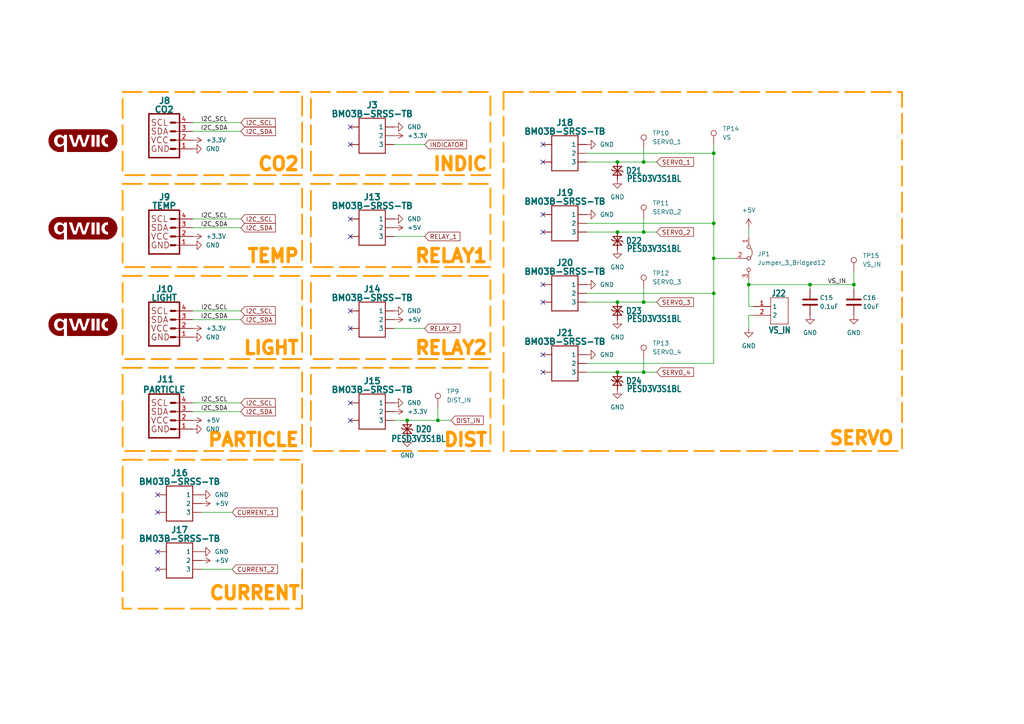
<source format=kicad_sch>
(kicad_sch (version 20231120) (generator "eeschema") (generator_version "8.0")
  (paper "A4")
  (title_block (title "Aquarius") (date "2025-02-12") (rev "1.5") (company "CRG Makes"))
  (lib_symbols
    (symbol "CRGM Connector:AK550-2"
      (property "Reference" "J" (at 0 3.048 0))
      (symbol "AK550-2_1_0"
        (pin bidirectional line (at -5.08 0 0) (length 5.08) (name "1") (number "1"))
        (pin bidirectional line (at -5.08 -2.54 0) (length 5.08) (name "2") (number "2"))
      )
    )
    (symbol "CRGM Connector:JST-SH-3"
      (property "Reference" "J" (at 0 2.794 0))
      (symbol "JST-SH-3_1_0"
        (pin bidirectional line (at 10.16 0 180) (length 2.54) (name "0") (number "0"))
        (pin bidirectional line (at -2.54 0 0) (length 2.54) (name "1") (number "1"))
        (pin bidirectional line (at -2.54 -2.54 0) (length 2.54) (name "2") (number "2"))
        (pin bidirectional line (at -2.54 -5.08 0) (length 2.54) (name "3") (number "3"))
        (pin bidirectional line (at 10.16 -5.08 180) (length 2.54) (name "4") (number "4"))
      )
    )
    (symbol "CRGM Connector:QWIIC"
      (property "Reference" "J" (at 0 0.254 0))
      (symbol "QWIIC_1_0"
        (text "GND" (at 0.508 -10.16 0) (effects (font (size 1.778 1.778)) (justify left)))
        (text "SCL" (at 0.508 -2.54 0) (effects (font (size 1.778 1.778)) (justify left)))
        (text "SDA" (at 0.508 -5.08 0) (effects (font (size 1.778 1.778)) (justify left)))
        (text "VCC" (at 0.508 -7.62 0) (effects (font (size 1.778 1.778)) (justify left)))
        (pin power_in line (at 12.7 -10.16 180) (length 5.08) (name "1") (number "1"))
        (pin power_in line (at 12.7 -7.62 180) (length 5.08) (name "2") (number "2"))
        (pin passive line (at 12.7 -5.08 180) (length 5.08) (name "3") (number "3"))
        (pin passive line (at 12.7 -2.54 180) (length 5.08) (name "4") (number "4"))
      )
    )
    (symbol "CRGM Logos:QWIIC")
    (symbol "CRGM Passive:PESD3V3S1BL"
      (property "Reference" "D" (at -4.318 2.286 0))
      (symbol "PESD3V3S1BL_1_0"
        (pin bidirectional line (at -2.54 0 0) (length 0) (name "K1") (number "1"))
        (pin bidirectional line (at 2.54 0 180) (length 0) (name "K2") (number "2"))
      )
    )
    (symbol "Connector:TestPoint" (pin_numbers hide) (pin_names (offset 0.762) hide)
      (property "Reference" "TP" (at 0 6.858 0))
      (property "Value" "TestPoint" (at 0 5.08 0))
      (symbol "TestPoint_1_1"
        (pin passive line (at 0 0 90) (length 2.54) (name "1") (number "1"))
      )
    )
    (symbol "Device:C" (pin_numbers hide) (pin_names (offset 0.254))
      (property "Reference" "C" (at 0.635 2.54 0))
      (property "Value" "C" (at 0.635 -2.54 0))
      (symbol "C_1_1"
        (pin passive line (at 0 3.81 270) (length 2.794) (name "~") (number "1"))
        (pin passive line (at 0 -3.81 90) (length 2.794) (name "~") (number "2"))
      )
    )
    (symbol "Jumper:Jumper_3_Bridged12" (pin_names (offset 0) hide) (exclude_from_sim yes) (in_bom no)
      (property "Reference" "JP" (at -2.54 -2.54 0))
      (property "Value" "Jumper_3_Bridged12" (at 0 2.794 0))
      (symbol "Jumper_3_Bridged12_1_1"
        (pin passive line (at -6.35 0 0) (length 2.54) (name "A") (number "1"))
        (pin passive line (at 0 -3.81 90) (length 2.54) (name "C") (number "2"))
        (pin passive line (at 6.35 0 180) (length 2.54) (name "B") (number "3"))
      )
    )
    (symbol "power:+3.3V" (power) (pin_numbers hide) (pin_names (offset 0) hide)
      (property "Value" "+3.3V" (at 0 3.556 0))
      (symbol "+3.3V_1_1"
        (pin power_in line (at 0 0 90) (length 0) (name "~") (number "1"))
      )
    )
    (symbol "power:+5V" (power) (pin_numbers hide) (pin_names (offset 0) hide)
      (property "Value" "+5V" (at 0 3.556 0))
      (symbol "+5V_1_1"
        (pin power_in line (at 0 0 90) (length 0) (name "~") (number "1"))
      )
    )
    (symbol "power:GND" (power) (pin_numbers hide) (pin_names (offset 0) hide)
      (property "Value" "GND" (at 0 -3.81 0))
      (symbol "GND_1_1"
        (pin power_in line (at 0 0 270) (length 0) (name "~") (number "1"))
      )
    )
  )
  (junction (at 207.01 85.09))
  (junction (at 186.69 46.99))
  (junction (at 207.01 64.77))
  (junction (at 247.65 82.55))
  (junction (at 234.95 82.55))
  (junction (at 186.69 107.95))
  (junction (at 179.07 67.31))
  (junction (at 179.07 46.99))
  (junction (at 179.07 107.95))
  (junction (at 217.17 82.55))
  (junction (at 127 121.92))
  (junction (at 207.01 74.93))
  (junction (at 186.69 87.63))
  (junction (at 179.07 87.63))
  (junction (at 118.11 121.92))
  (junction (at 207.01 44.45))
  (junction (at 186.69 67.31))
  (no_connect (at 101.6 36.83))
  (no_connect (at 157.48 41.91))
  (no_connect (at 101.6 121.92))
  (no_connect (at 101.6 63.5))
  (no_connect (at 157.48 62.23))
  (no_connect (at 45.72 143.51))
  (no_connect (at 157.48 102.87))
  (no_connect (at 101.6 95.25))
  (no_connect (at 45.72 148.59))
  (no_connect (at 157.48 67.31))
  (no_connect (at 157.48 46.99))
  (no_connect (at 101.6 68.58))
  (no_connect (at 157.48 87.63))
  (no_connect (at 101.6 90.17))
  (no_connect (at 157.48 107.95))
  (no_connect (at 157.48 82.55))
  (no_connect (at 45.72 160.02))
  (no_connect (at 45.72 165.1))
  (no_connect (at 101.6 116.84))
  (no_connect (at 101.6 41.91))
  (wire (pts (xy 114.3 41.91) (xy 123.19 41.91)))
  (wire (pts (xy 179.07 67.31) (xy 186.69 67.31)))
  (wire (pts (xy 179.07 46.99) (xy 186.69 46.99)))
  (wire (pts (xy 179.07 107.95) (xy 186.69 107.95)))
  (wire (pts (xy 55.88 92.71) (xy 69.85 92.71)))
  (wire (pts (xy 207.01 64.77) (xy 207.01 74.93)))
  (wire (pts (xy 179.07 87.63) (xy 186.69 87.63)))
  (wire (pts (xy 217.17 88.9) (xy 217.17 82.55)))
  (wire (pts (xy 55.88 119.38) (xy 69.85 119.38)))
  (wire (pts (xy 186.69 107.95) (xy 190.5 107.95)))
  (wire (pts (xy 58.42 165.1) (xy 67.31 165.1)))
  (wire (pts (xy 114.3 121.92) (xy 118.11 121.92)))
  (wire (pts (xy 118.11 121.92) (xy 127 121.92)))
  (wire (pts (xy 55.88 38.1) (xy 69.85 38.1)))
  (wire (pts (xy 186.69 83.82) (xy 186.69 87.63)))
  (wire (pts (xy 127 121.92) (xy 130.81 121.92)))
  (wire (pts (xy 234.95 82.55) (xy 234.95 83.82)))
  (wire (pts (xy 247.65 78.74) (xy 247.65 82.55)))
  (wire (pts (xy 217.17 66.04) (xy 217.17 68.58)))
  (wire (pts (xy 170.18 46.99) (xy 179.07 46.99)))
  (wire (pts (xy 218.44 88.9) (xy 217.17 88.9)))
  (wire (pts (xy 217.17 82.55) (xy 217.17 81.28)))
  (wire (pts (xy 186.69 43.18) (xy 186.69 46.99)))
  (wire (pts (xy 186.69 87.63) (xy 190.5 87.63)))
  (wire (pts (xy 170.18 44.45) (xy 207.01 44.45)))
  (wire (pts (xy 127 118.11) (xy 127 121.92)))
  (wire (pts (xy 234.95 82.55) (xy 217.17 82.55)))
  (wire (pts (xy 207.01 74.93) (xy 213.36 74.93)))
  (wire (pts (xy 186.69 67.31) (xy 190.5 67.31)))
  (wire (pts (xy 186.69 104.14) (xy 186.69 107.95)))
  (wire (pts (xy 247.65 82.55) (xy 234.95 82.55)))
  (wire (pts (xy 55.88 35.56) (xy 69.85 35.56)))
  (wire (pts (xy 170.18 67.31) (xy 179.07 67.31)))
  (wire (pts (xy 170.18 105.41) (xy 207.01 105.41)))
  (wire (pts (xy 207.01 41.91) (xy 207.01 44.45)))
  (wire (pts (xy 58.42 148.59) (xy 67.31 148.59)))
  (wire (pts (xy 217.17 91.44) (xy 217.17 95.25)))
  (wire (pts (xy 55.88 66.04) (xy 69.85 66.04)))
  (wire (pts (xy 218.44 91.44) (xy 217.17 91.44)))
  (wire (pts (xy 170.18 64.77) (xy 207.01 64.77)))
  (wire (pts (xy 55.88 116.84) (xy 69.85 116.84)))
  (wire (pts (xy 170.18 85.09) (xy 207.01 85.09)))
  (wire (pts (xy 170.18 87.63) (xy 179.07 87.63)))
  (wire (pts (xy 186.69 63.5) (xy 186.69 67.31)))
  (wire (pts (xy 114.3 68.58) (xy 123.19 68.58)))
  (wire (pts (xy 186.69 46.99) (xy 190.5 46.99)))
  (wire (pts (xy 207.01 105.41) (xy 207.01 85.09)))
  (wire (pts (xy 170.18 107.95) (xy 179.07 107.95)))
  (wire (pts (xy 114.3 95.25) (xy 123.19 95.25)))
  (wire (pts (xy 55.88 63.5) (xy 69.85 63.5)))
  (wire (pts (xy 55.88 90.17) (xy 69.85 90.17)))
  (wire (pts (xy 207.01 64.77) (xy 207.01 44.45)))
  (wire (pts (xy 247.65 83.82) (xy 247.65 82.55)))
  (wire (pts (xy 207.01 85.09) (xy 207.01 74.93)))
  (rectangle (start 90.17 106.68) (end 142.24 130.81) (stroke (width 0.508) (type dash) (color 255 153 0 1)))
  (rectangle (start 35.56 26.67) (end 87.63 50.8) (stroke (width 0.508) (type dash) (color 255 153 0 1)))
  (rectangle (start 35.56 80.01) (end 87.63 104.14) (stroke (width 0.508) (type dash) (color 255 153 0 1)))
  (rectangle (start 35.56 106.68) (end 87.63 130.81) (stroke (width 0.508) (type dash) (color 255 153 0 1)))
  (rectangle (start 146.05 26.67) (end 261.62 130.81) (stroke (width 0.508) (type dash) (color 255 153 0 1)))
  (rectangle (start 35.56 133.35) (end 87.63 176.53) (stroke (width 0.508) (type dash) (color 255 153 0 1)))
  (rectangle (start 90.17 26.67) (end 142.24 50.8) (stroke (width 0.508) (type dash) (color 255 153 0 1)))
  (rectangle (start 35.56 53.34) (end 87.63 77.47) (stroke (width 0.508) (type dash) (color 255 153 0 1)))
  (rectangle (start 90.17 53.34) (end 142.24 77.47) (stroke (width 0.508) (type dash) (color 255 153 0 1)))
  (rectangle (start 90.17 80.01) (end 142.24 104.14) (stroke (width 0.508) (type dash) (color 255 153 0 1)))
  (text "PARTICLE" (exclude_from_sim yes) (at 87.122 127.762 0) (effects (font (size 3.81 3.81) (thickness 1.016) (bold yes)) (justify right)))
  (text "RELAY1" (exclude_from_sim yes) (at 141.732 74.422 0) (effects (font (size 3.81 3.81) (thickness 1.016) (bold yes)) (justify right)))
  (text "DIST" (exclude_from_sim yes) (at 141.732 127.762 0) (effects (font (size 3.81 3.81) (thickness 1.016) (bold yes)) (justify right)))
  (text "INDIC" (exclude_from_sim yes) (at 141.732 47.752 0) (effects (font (size 3.81 3.81) (thickness 1.016) (bold yes)) (justify right)))
  (text "SERVO" (exclude_from_sim yes) (at 259.588 127.254 0) (effects (font (size 3.81 3.81) (thickness 1.016) (bold yes)) (justify right)))
  (text "LIGHT" (exclude_from_sim yes) (at 87.122 101.092 0) (effects (font (size 3.81 3.81) (thickness 1.016) (bold yes)) (justify right)))
  (text "CO2" (exclude_from_sim yes) (at 87.122 47.752 0) (effects (font (size 3.81 3.81) (thickness 1.016) (bold yes)) (justify right)))
  (text "CURRENT" (exclude_from_sim yes) (at 87.376 172.212 0) (effects (font (size 3.81 3.81) (thickness 1.016) (bold yes)) (justify right)))
  (text "TEMP" (exclude_from_sim yes) (at 87.122 74.422 0) (effects (font (size 3.81 3.81) (thickness 1.016) (bold yes)) (justify right)))
  (text "RELAY2" (exclude_from_sim yes) (at 141.732 101.092 0) (effects (font (size 3.81 3.81) (thickness 1.016) (bold yes)) (justify right)))
  (label "I2C_SCL" (at 66.04 63.5 180))
  (label "I2C_SDA" (at 66.04 119.38 180))
  (label "I2C_SDA" (at 66.04 38.1 180))
  (label "I2C_SCL" (at 66.04 90.17 180))
  (label "VS_IN" (at 240.03 82.55 0))
  (label "I2C_SDA" (at 66.04 92.71 180))
  (label "I2C_SDA" (at 66.04 66.04 180))
  (label "I2C_SCL" (at 66.04 116.84 180))
  (label "I2C_SCL" (at 66.04 35.56 180))
  (global_label "I2C_SDA" (shape input) (at 69.85 38.1 0) (property "Intersheetrefs" "${INTERSHEET_REFS}" (at 80.4552 38.1 0) (effects (justify left))))
  (global_label "SERVO_2" (shape input) (at 190.5 67.31 0) (property "Intersheetrefs" "${INTERSHEET_REFS}" (at 201.7099 67.31 0) (effects (justify left))))
  (global_label "I2C_SCL" (shape input) (at 69.85 116.84 0) (property "Intersheetrefs" "${INTERSHEET_REFS}" (at 80.3947 116.84 0) (effects (justify left))))
  (global_label "CURRENT_2" (shape input) (at 67.31 165.1 0) (property "Intersheetrefs" "${INTERSHEET_REFS}" (at 81.0599 165.1 0) (effects (justify left))))
  (global_label "I2C_SDA" (shape input) (at 69.85 119.38 0) (property "Intersheetrefs" "${INTERSHEET_REFS}" (at 80.4552 119.38 0) (effects (justify left))))
  (global_label "I2C_SCL" (shape input) (at 69.85 35.56 0) (property "Intersheetrefs" "${INTERSHEET_REFS}" (at 80.3947 35.56 0) (effects (justify left))))
  (global_label "SERVO_3" (shape input) (at 190.5 87.63 0) (property "Intersheetrefs" "${INTERSHEET_REFS}" (at 201.7099 87.63 0) (effects (justify left))))
  (global_label "SERVO_1" (shape input) (at 190.5 46.99 0) (property "Intersheetrefs" "${INTERSHEET_REFS}" (at 201.7099 46.99 0) (effects (justify left))))
  (global_label "INDICATOR" (shape input) (at 123.19 41.91 0) (property "Intersheetrefs" "${INTERSHEET_REFS}" (at 135.912 41.91 0) (effects (justify left))))
  (global_label "I2C_SDA" (shape input) (at 69.85 92.71 0) (property "Intersheetrefs" "${INTERSHEET_REFS}" (at 80.4552 92.71 0) (effects (justify left))))
  (global_label "I2C_SCL" (shape input) (at 69.85 63.5 0) (property "Intersheetrefs" "${INTERSHEET_REFS}" (at 80.3947 63.5 0) (effects (justify left))))
  (global_label "RELAY_2" (shape input) (at 123.19 95.25 0) (property "Intersheetrefs" "${INTERSHEET_REFS}" (at 133.9766 95.25 0) (effects (justify left))))
  (global_label "DIST_IN" (shape input) (at 130.81 121.92 0) (property "Intersheetrefs" "${INTERSHEET_REFS}" (at 137.922 119.38 0) (effects (justify left))))
  (global_label "I2C_SDA" (shape input) (at 69.85 66.04 0) (property "Intersheetrefs" "${INTERSHEET_REFS}" (at 80.4552 66.04 0) (effects (justify left))))
  (global_label "RELAY_1" (shape input) (at 123.19 68.58 0) (property "Intersheetrefs" "${INTERSHEET_REFS}" (at 133.9766 68.58 0) (effects (justify left))))
  (global_label "CURRENT_1" (shape input) (at 67.31 148.59 0) (property "Intersheetrefs" "${INTERSHEET_REFS}" (at 81.0599 148.59 0) (effects (justify left))))
  (global_label "SERVO_4" (shape input) (at 190.5 107.95 0) (property "Intersheetrefs" "${INTERSHEET_REFS}" (at 201.7099 107.95 0) (effects (justify left))))
  (global_label "I2C_SCL" (shape input) (at 69.85 90.17 0) (property "Intersheetrefs" "${INTERSHEET_REFS}" (at 80.3947 90.17 0) (effects (justify left))))
  (symbol (lib_id "power:GND") (at 170.18 62.23 90) (unit 1)
    (property "Reference" "#PWR0100" (effects (hide yes)))
    (property "Value" "GND" (at 173.99 62.2299 90) (effects (justify right)))
    (property "Description" "Power symbol creates a global label with name \"GND\" , ground" (effects (hide yes)))
  )
  (symbol (lib_id "Connector:TestPoint") (at 127 118.11 0) (unit 1)
    (property "Reference" "TP9" (at 129.54 113.5379 0) (effects (justify left)))
    (property "Value" "DIST_IN" (at 129.54 116.0779 0) (effects (justify left)))
    (property "Footprint" "TestPoint:TestPoint_Pad_1.5x1.5mm" (effects (hide yes)))
    (property "Datasheet" "N/A" (effects (hide yes)))
    (property "Description" "test point" (effects (hide yes)))
  )
  (symbol (lib_id "power:GND") (at 114.3 63.5 90) (unit 1)
    (property "Reference" "#PWR081" (effects (hide yes)))
    (property "Value" "GND" (at 118.11 63.4999 90) (effects (justify right)))
    (property "Description" "Power symbol creates a global label with name \"GND\" , ground" (effects (hide yes)))
  )
  (symbol (lib_id "CRGM Connector:JST-SH-3") (at 167.64 41.91 0) (mirror y) (unit 1)
    (property "Reference" "J18" (at 163.83 35.56 0) (effects (font (size 1.778 1.778) (thickness 0.3556) (bold yes))))
    (property "Value" "BM03B-SRSS-TB" (at 163.83 38.1 0) (effects (font (size 1.778 1.778) (thickness 0.3556) (bold yes))))
    (property "Footprint" "Connector_JST:JST_SH_BM03B-SRSS-TB_1x03-1MP_P1.00mm_Vertical" (effects (hide yes)))
    (property "Datasheet" "https://www.jst.com/wp-content/uploads/2021/03/eSR_SZ-new.pdf" (effects (hide yes)))
    (property "Description" "JST SH 1.0mm 3 Position" (effects (hide yes)))
    (property "LCSC_PN" "C2919600" (effects (hide yes)))
    (property "MF" "JST" (effects (hide yes)))
    (property "MPN" "BM03B-SRSS-TB" (effects (hide yes)))
  )
  (symbol (lib_id "Connector:TestPoint") (at 186.69 43.18 0) (unit 1)
    (property "Reference" "TP10" (at 189.23 38.6079 0) (effects (justify left)))
    (property "Value" "SERVO_1" (at 189.23 41.1479 0) (effects (justify left)))
    (property "Footprint" "TestPoint:TestPoint_Pad_1.5x1.5mm" (effects (hide yes)))
    (property "Datasheet" "N/A" (effects (hide yes)))
    (property "Description" "test point" (effects (hide yes)))
  )
  (symbol (lib_id "power:GND") (at 179.07 52.07 0) (unit 1)
    (property "Reference" "#PWR099" (effects (hide yes)))
    (property "Value" "GND" (at 179.07 57.15 0))
    (property "Description" "Power symbol creates a global label with name \"GND\" , ground" (effects (hide yes)))
  )
  (symbol (lib_id "power:GND") (at 170.18 102.87 90) (unit 1)
    (property "Reference" "#PWR0106" (effects (hide yes)))
    (property "Value" "GND" (at 173.99 102.8699 90) (effects (justify right)))
    (property "Description" "Power symbol creates a global label with name \"GND\" , ground" (effects (hide yes)))
  )
  (symbol (lib_id "power:+5V") (at 58.42 162.56 270) (unit 1)
    (property "Reference" "#PWR096" (effects (hide yes)))
    (property "Value" "+5V" (at 62.23 162.5599 90) (effects (justify left)))
    (property "Description" "Power symbol creates a global label with name \"+5V\"" (effects (hide yes)))
  )
  (symbol (lib_id "power:GND") (at 179.07 92.71 0) (unit 1)
    (property "Reference" "#PWR0105" (effects (hide yes)))
    (property "Value" "GND" (at 179.07 97.79 0))
    (property "Description" "Power symbol creates a global label with name \"GND\" , ground" (effects (hide yes)))
  )
  (symbol (lib_id "power:GND") (at 217.17 95.25 0) (unit 1)
    (property "Reference" "#PWR0101" (effects (hide yes)))
    (property "Value" "GND" (at 217.17 100.33 0))
    (property "Description" "Power symbol creates a global label with name \"GND\" , ground" (effects (hide yes)))
  )
  (symbol (lib_id "power:+5V") (at 217.17 66.04 0) (unit 1)
    (property "Reference" "#PWR098" (effects (hide yes)))
    (property "Value" "+5V" (at 217.17 60.96 0))
    (property "Description" "Power symbol creates a global label with name \"+5V\"" (effects (hide yes)))
  )
  (symbol (lib_id "CRGM Connector:JST-SH-3") (at 111.76 90.17 0) (mirror y) (unit 1)
    (property "Reference" "J14" (at 107.95 83.82 0) (effects (font (size 1.778 1.778) (thickness 0.3556) (bold yes))))
    (property "Value" "BM03B-SRSS-TB" (at 107.95 86.36 0) (effects (font (size 1.778 1.778) (thickness 0.3556) (bold yes))))
    (property "Footprint" "Connector_JST:JST_SH_BM03B-SRSS-TB_1x03-1MP_P1.00mm_Vertical" (effects (hide yes)))
    (property "Datasheet" "https://www.jst.com/wp-content/uploads/2021/03/eSR_SZ-new.pdf" (effects (hide yes)))
    (property "Description" "JST SH 1.0mm 3 Position" (effects (hide yes)))
    (property "LCSC_PN" "C2919600" (effects (hide yes)))
    (property "MF" "JST" (effects (hide yes)))
    (property "MPN" "BM03B-SRSS-TB" (effects (hide yes)))
  )
  (symbol (lib_id "power:GND") (at 55.88 43.18 90) (unit 1)
    (property "Reference" "#PWR076" (effects (hide yes)))
    (property "Value" "GND" (at 59.69 43.1799 90) (effects (justify right)))
    (property "Description" "Power symbol creates a global label with name \"GND\" , ground" (effects (hide yes)))
  )
  (symbol (lib_id "power:GND") (at 118.11 127 0) (unit 1)
    (property "Reference" "#PWR092" (effects (hide yes)))
    (property "Value" "GND" (at 118.11 132.08 0))
    (property "Description" "Power symbol creates a global label with name \"GND\" , ground" (effects (hide yes)))
  )
  (symbol (lib_id "Connector:TestPoint") (at 207.01 41.91 0) (unit 1)
    (property "Reference" "TP14" (at 209.55 37.3379 0) (effects (justify left)))
    (property "Value" "VS" (at 209.55 39.8779 0) (effects (justify left)))
    (property "Footprint" "TestPoint:TestPoint_Pad_1.5x1.5mm" (effects (hide yes)))
    (property "Datasheet" "N/A" (effects (hide yes)))
    (property "Description" "test point" (effects (hide yes)))
  )
  (symbol (lib_id "Connector:TestPoint") (at 186.69 63.5 0) (unit 1)
    (property "Reference" "TP11" (at 189.23 58.9279 0) (effects (justify left)))
    (property "Value" "SERVO_2" (at 189.23 61.4679 0) (effects (justify left)))
    (property "Footprint" "TestPoint:TestPoint_Pad_1.5x1.5mm" (effects (hide yes)))
    (property "Datasheet" "N/A" (effects (hide yes)))
    (property "Description" "test point" (effects (hide yes)))
  )
  (symbol (lib_id "CRGM Logos:QWIIC") (at 24.13 66.04 0) (unit 1)
    (property "Reference" "LAB2" (effects (hide yes)))
    (property "Value" "QWIIC" (effects (hide yes)))
    (property "Footprint" "CRGM Logos:QWIIC-5MM" (effects (hide yes)))
    (property "Datasheet" "N/A" (effects (hide yes)))
  )
  (symbol (lib_id "CRGM Connector:JST-SH-3") (at 167.64 102.87 0) (mirror y) (unit 1)
    (property "Reference" "J21" (at 163.83 96.52 0) (effects (font (size 1.778 1.778) (thickness 0.3556) (bold yes))))
    (property "Value" "BM03B-SRSS-TB" (at 163.83 99.06 0) (effects (font (size 1.778 1.778) (thickness 0.3556) (bold yes))))
    (property "Footprint" "Connector_JST:JST_SH_BM03B-SRSS-TB_1x03-1MP_P1.00mm_Vertical" (effects (hide yes)))
    (property "Datasheet" "https://www.jst.com/wp-content/uploads/2021/03/eSR_SZ-new.pdf" (effects (hide yes)))
    (property "Description" "JST SH 1.0mm 3 Position" (effects (hide yes)))
    (property "LCSC_PN" "C2919600" (effects (hide yes)))
    (property "MF" "JST" (effects (hide yes)))
    (property "MPN" "BM03B-SRSS-TB" (effects (hide yes)))
  )
  (symbol (lib_id "CRGM Connector:JST-SH-3") (at 111.76 63.5 0) (mirror y) (unit 1)
    (property "Reference" "J13" (at 107.95 57.15 0) (effects (font (size 1.778 1.778) (thickness 0.3556) (bold yes))))
    (property "Value" "BM03B-SRSS-TB" (at 107.95 59.69 0) (effects (font (size 1.778 1.778) (thickness 0.3556) (bold yes))))
    (property "Footprint" "Connector_JST:JST_SH_BM03B-SRSS-TB_1x03-1MP_P1.00mm_Vertical" (effects (hide yes)))
    (property "Datasheet" "https://www.jst.com/wp-content/uploads/2021/03/eSR_SZ-new.pdf" (effects (hide yes)))
    (property "Description" "JST SH 1.0mm 3 Position" (effects (hide yes)))
    (property "LCSC_PN" "C2919600" (effects (hide yes)))
    (property "MF" "JST" (effects (hide yes)))
    (property "MPN" "BM03B-SRSS-TB" (effects (hide yes)))
  )
  (symbol (lib_id "power:+5V") (at 114.3 92.71 270) (unit 1)
    (property "Reference" "#PWR089" (effects (hide yes)))
    (property "Value" "+5V" (at 118.11 92.7099 90) (effects (justify left)))
    (property "Description" "Power symbol creates a global label with name \"+5V\"" (effects (hide yes)))
  )
  (symbol (lib_id "power:GND") (at 55.88 124.46 90) (unit 1)
    (property "Reference" "#PWR082" (effects (hide yes)))
    (property "Value" "GND" (at 59.69 124.4599 90) (effects (justify right)))
    (property "Description" "Power symbol creates a global label with name \"GND\" , ground" (effects (hide yes)))
  )
  (symbol (lib_id "CRGM Connector:JST-SH-3") (at 167.64 62.23 0) (mirror y) (unit 1)
    (property "Reference" "J19" (at 163.83 55.88 0) (effects (font (size 1.778 1.778) (thickness 0.3556) (bold yes))))
    (property "Value" "BM03B-SRSS-TB" (at 163.83 58.42 0) (effects (font (size 1.778 1.778) (thickness 0.3556) (bold yes))))
    (property "Footprint" "Connector_JST:JST_SH_BM03B-SRSS-TB_1x03-1MP_P1.00mm_Vertical" (effects (hide yes)))
    (property "Datasheet" "https://www.jst.com/wp-content/uploads/2021/03/eSR_SZ-new.pdf" (effects (hide yes)))
    (property "Description" "JST SH 1.0mm 3 Position" (effects (hide yes)))
    (property "LCSC_PN" "C2919600" (effects (hide yes)))
    (property "MF" "JST" (effects (hide yes)))
    (property "MPN" "BM03B-SRSS-TB" (effects (hide yes)))
  )
  (symbol (lib_id "Connector:TestPoint") (at 247.65 78.74 0) (unit 1)
    (property "Reference" "TP15" (at 250.19 74.1679 0) (effects (justify left)))
    (property "Value" "VS_IN" (at 250.19 76.7079 0) (effects (justify left)))
    (property "Footprint" "TestPoint:TestPoint_Pad_1.5x1.5mm" (effects (hide yes)))
    (property "Datasheet" "N/A" (effects (hide yes)))
    (property "Description" "test point" (effects (hide yes)))
  )
  (symbol (lib_id "power:+5V") (at 114.3 66.04 270) (unit 1)
    (property "Reference" "#PWR088" (effects (hide yes)))
    (property "Value" "+5V" (at 118.11 66.0399 90) (effects (justify left)))
    (property "Description" "Power symbol creates a global label with name \"+5V\"" (effects (hide yes)))
  )
  (symbol (lib_id "CRGM Passive:PESD3V3S1BL") (at 179.07 90.17 90) (unit 1)
    (property "Reference" "D23" (at 181.356 90.17 90) (effects (font (size 1.778 1.5113) (thickness 0.3023) (bold yes)) (justify right)))
    (property "Value" "PESD3V3S1BL" (at 181.61 92.456 90) (effects (font (size 1.778 1.5113) (thickness 0.3023) (bold yes)) (justify right)))
    (property "Footprint" "CRGM Passive:DFN1006-2" (effects (hide yes)))
    (property "Datasheet" "https://assets.nexperia.com/documents/data-sheet/PESD3V3S1BL.pdf" (effects (hide yes)))
    (property "Description" "PESD3V3S1BL - Low capacitance bidirectional ESD protection diode\n\nVrwm=3.3v\nSource: https://assets.nexperia.com/documents/data-sheet/PESD3V3S1BL.pdf  Datasheet\nJLCPCB - C552521  Alternate https://jlcpcb.com/partdetail/DiodesIncorporated-DESD3V3S1BL7B/C500765 DESD3V3S1BL\nJLCPCB - C500765\nhttps://jlcpcb.com/partdetail/Fuxinsemi-LESD8D33CAT5G/C5563754 LESD8D3.3CAT5G\nJLCPCB - C5563754" (effects (hide yes)))
    (property "LCSC_PN" "C552521" (effects (hide yes)))
    (property "MF" "Nexperia" (effects (hide yes)))
    (property "MPN" "PESD3V3S1BLYL" (effects (hide yes)))
  )
  (symbol (lib_id "CRGM Passive:PESD3V3S1BL") (at 179.07 69.85 90) (unit 1)
    (property "Reference" "D22" (at 181.356 69.85 90) (effects (font (size 1.778 1.5113) (thickness 0.3023) (bold yes)) (justify right)))
    (property "Value" "PESD3V3S1BL" (at 181.61 72.136 90) (effects (font (size 1.778 1.5113) (thickness 0.3023) (bold yes)) (justify right)))
    (property "Footprint" "CRGM Passive:DFN1006-2" (effects (hide yes)))
    (property "Datasheet" "https://assets.nexperia.com/documents/data-sheet/PESD3V3S1BL.pdf" (effects (hide yes)))
    (property "Description" "PESD3V3S1BL - Low capacitance bidirectional ESD protection diode\n\nVrwm=3.3v\nSource: https://assets.nexperia.com/documents/data-sheet/PESD3V3S1BL.pdf  Datasheet\nJLCPCB - C552521  Alternate https://jlcpcb.com/partdetail/DiodesIncorporated-DESD3V3S1BL7B/C500765 DESD3V3S1BL\nJLCPCB - C500765\nhttps://jlcpcb.com/partdetail/Fuxinsemi-LESD8D33CAT5G/C5563754 LESD8D3.3CAT5G\nJLCPCB - C5563754" (effects (hide yes)))
    (property "LCSC_PN" "C552521" (effects (hide yes)))
    (property "MF" "Nexperia" (effects (hide yes)))
    (property "MPN" "PESD3V3S1BLYL" (effects (hide yes)))
  )
  (symbol (lib_id "CRGM Connector:QWIIC") (at 43.18 87.63 0) (unit 1)
    (property "Reference" "J10" (at 47.752 83.82 0) (effects (font (size 1.778 1.778) (thickness 0.3556) (bold yes))))
    (property "Value" "LIGHT" (at 47.625 86.36 0) (effects (font (size 1.778 1.778) (thickness 0.3556) (bold yes))))
    (property "Footprint" "Connector_JST:JST_SH_BM04B-SRSS-TB_1x04-1MP_P1.00mm_Vertical" (effects (hide yes)))
    (property "Datasheet" "https://jlcpcb.com/partdetail/Hdgc-1_0K_BH4PB/C2919601" (effects (hide yes)))
    (property "Description" "SparkFun I2C Standard Qwiic Connector An SMD 1mm pitch JST connector makes it easy and quick (get it? Qwiic?) to connect I2C devices to each other. The Qwiic system enables fast and solderless connection between popular platforms and various sensors and actuators.\n\nWe carry 200mm, 100mm, 50mm, and breadboard friendly Qwiic cables. We also offer 10 pcs strips the SMD connectors." (effects (hide yes)))
    (property "LCSC_PN" "C2919601" (effects (hide yes)))
    (property "MF" "JST" (effects (hide yes)))
    (property "MPN" "SM04B-SRSS-TB" (effects (hide yes)))
  )
  (symbol (lib_id "power:GND") (at 170.18 82.55 90) (unit 1)
    (property "Reference" "#PWR0103" (effects (hide yes)))
    (property "Value" "GND" (at 173.99 82.5499 90) (effects (justify right)))
    (property "Description" "Power symbol creates a global label with name \"GND\" , ground" (effects (hide yes)))
  )
  (symbol (lib_id "power:+3.3V") (at 55.88 95.25 270) (unit 1)
    (property "Reference" "#PWR079" (effects (hide yes)))
    (property "Value" "+3.3V" (at 59.69 95.2499 90) (effects (justify left)))
    (property "Description" "Power symbol creates a global label with name \"+3.3V\"" (effects (hide yes)))
  )
  (symbol (lib_id "CRGM Logos:QWIIC") (at 24.13 40.64 0) (unit 1)
    (property "Reference" "LAB1" (effects (hide yes)))
    (property "Value" "QWIIC" (effects (hide yes)))
    (property "Footprint" "CRGM Logos:QWIIC-5MM" (effects (hide yes)))
    (property "Datasheet" "N/A" (effects (hide yes)))
  )
  (symbol (lib_id "power:+3.3V") (at 55.88 68.58 270) (unit 1)
    (property "Reference" "#PWR077" (effects (hide yes)))
    (property "Value" "+3.3V" (at 59.69 68.5799 90) (effects (justify left)))
    (property "Description" "Power symbol creates a global label with name \"+3.3V\"" (effects (hide yes)))
  )
  (symbol (lib_id "CRGM Passive:PESD3V3S1BL") (at 118.11 124.46 90) (unit 1)
    (property "Reference" "D20" (at 120.396 124.46 90) (effects (font (size 1.778 1.5113) (thickness 0.3023) (bold yes)) (justify right)))
    (property "Value" "PESD3V3S1BL" (at 113.284 127.254 90) (effects (font (size 1.778 1.5113) (thickness 0.3023) (bold yes)) (justify right)))
    (property "Footprint" "CRGM Passive:DFN1006-2" (effects (hide yes)))
    (property "Datasheet" "https://assets.nexperia.com/documents/data-sheet/PESD3V3S1BL.pdf" (effects (hide yes)))
    (property "Description" "PESD3V3S1BL - Low capacitance bidirectional ESD protection diode\n\nVrwm=3.3v\nSource: https://assets.nexperia.com/documents/data-sheet/PESD3V3S1BL.pdf  Datasheet\nJLCPCB - C552521  Alternate https://jlcpcb.com/partdetail/DiodesIncorporated-DESD3V3S1BL7B/C500765 DESD3V3S1BL\nJLCPCB - C500765\nhttps://jlcpcb.com/partdetail/Fuxinsemi-LESD8D33CAT5G/C5563754 LESD8D3.3CAT5G\nJLCPCB - C5563754" (effects (hide yes)))
    (property "LCSC_PN" "C552521" (effects (hide yes)))
    (property "MF" "Nexperia" (effects (hide yes)))
    (property "MPN" "PESD3V3S1BLYL" (effects (hide yes)))
  )
  (symbol (lib_id "power:GND") (at 114.3 116.84 90) (unit 1)
    (property "Reference" "#PWR090" (effects (hide yes)))
    (property "Value" "GND" (at 118.11 116.8399 90) (effects (justify right)))
    (property "Description" "Power symbol creates a global label with name \"GND\" , ground" (effects (hide yes)))
  )
  (symbol (lib_id "power:+3.3V") (at 114.3 39.37 270) (unit 1)
    (property "Reference" "#PWR025" (effects (hide yes)))
    (property "Value" "+3.3V" (at 118.11 39.3699 90) (effects (justify left)))
    (property "Description" "Power symbol creates a global label with name \"+3.3V\"" (effects (hide yes)))
  )
  (symbol (lib_id "power:+3.3V") (at 114.3 119.38 270) (unit 1)
    (property "Reference" "#PWR091" (effects (hide yes)))
    (property "Value" "+3.3V" (at 118.11 119.3799 90) (effects (justify left)))
    (property "Description" "Power symbol creates a global label with name \"+3.3V\"" (effects (hide yes)))
  )
  (symbol (lib_id "CRGM Connector:QWIIC") (at 43.18 60.96 0) (unit 1)
    (property "Reference" "J9" (at 47.752 57.15 0) (effects (font (size 1.778 1.778) (thickness 0.3556) (bold yes))))
    (property "Value" "TEMP" (at 47.625 59.69 0) (effects (font (size 1.778 1.778) (thickness 0.3556) (bold yes))))
    (property "Footprint" "Connector_JST:JST_SH_BM04B-SRSS-TB_1x04-1MP_P1.00mm_Vertical" (effects (hide yes)))
    (property "Datasheet" "https://jlcpcb.com/partdetail/Hdgc-1_0K_BH4PB/C2919601" (effects (hide yes)))
    (property "Description" "SparkFun I2C Standard Qwiic Connector An SMD 1mm pitch JST connector makes it easy and quick (get it? Qwiic?) to connect I2C devices to each other. The Qwiic system enables fast and solderless connection between popular platforms and various sensors and actuators.\n\nWe carry 200mm, 100mm, 50mm, and breadboard friendly Qwiic cables. We also offer 10 pcs strips the SMD connectors." (effects (hide yes)))
    (property "LCSC_PN" "C2919601" (effects (hide yes)))
    (property "MF" "JST" (effects (hide yes)))
    (property "MPN" "SM04B-SRSS-TB" (effects (hide yes)))
  )
  (symbol (lib_id "CRGM Connector:JST-SH-3") (at 55.88 160.02 0) (mirror y) (unit 1)
    (property "Reference" "J17" (at 52.07 153.67 0) (effects (font (size 1.778 1.778) (thickness 0.3556) (bold yes))))
    (property "Value" "BM03B-SRSS-TB" (at 52.07 156.21 0) (effects (font (size 1.778 1.778) (thickness 0.3556) (bold yes))))
    (property "Footprint" "Connector_JST:JST_SH_BM03B-SRSS-TB_1x03-1MP_P1.00mm_Vertical" (effects (hide yes)))
    (property "Datasheet" "https://www.jst.com/wp-content/uploads/2021/03/eSR_SZ-new.pdf" (effects (hide yes)))
    (property "Description" "JST SH 1.0mm 3 Position" (effects (hide yes)))
    (property "LCSC_PN" "C2919600" (effects (hide yes)))
    (property "MF" "JST" (effects (hide yes)))
    (property "MPN" "BM03B-SRSS-TB" (effects (hide yes)))
  )
  (symbol (lib_id "CRGM Logos:QWIIC") (at 24.13 93.98 0) (unit 1)
    (property "Reference" "LAB3" (effects (hide yes)))
    (property "Value" "QWIIC" (effects (hide yes)))
    (property "Footprint" "CRGM Logos:QWIIC-5MM" (effects (hide yes)))
    (property "Datasheet" "N/A" (effects (hide yes)))
  )
  (symbol (lib_id "power:GND") (at 114.3 36.83 90) (unit 1)
    (property "Reference" "#PWR024" (effects (hide yes)))
    (property "Value" "GND" (at 118.11 36.8299 90) (effects (justify right)))
    (property "Description" "Power symbol creates a global label with name \"GND\" , ground" (effects (hide yes)))
  )
  (symbol (lib_id "Device:C") (at 234.95 87.63 0) (unit 1)
    (property "Reference" "C15" (at 237.744 86.36 0) (effects (justify left)))
    (property "Value" "0.1uF" (at 237.744 88.9 0) (effects (justify left)))
    (property "Footprint" "Capacitor_SMD:C_0603_1608Metric" (effects (hide yes)))
    (property "Datasheet" "https://www.lcsc.com/datasheet/lcsc_datasheet_1810271710_Samsung-Electro-Mechanics-CL10B104KO8NNNC_C66501.pdf" (effects (hide yes)))
    (property "Description" "Unpolarized capacitor" (effects (hide yes)))
    (property "LCSC_PN" "C66501" (effects (hide yes)))
    (property "MF" "Samsung" (effects (hide yes)))
    (property "MPN" "CL10B104KO8NNNC" (effects (hide yes)))
  )
  (symbol (lib_id "CRGM Passive:PESD3V3S1BL") (at 179.07 49.53 90) (unit 1)
    (property "Reference" "D21" (at 181.356 49.53 90) (effects (font (size 1.778 1.5113) (thickness 0.3023) (bold yes)) (justify right)))
    (property "Value" "PESD3V3S1BL" (at 181.61 51.816 90) (effects (font (size 1.778 1.5113) (thickness 0.3023) (bold yes)) (justify right)))
    (property "Footprint" "CRGM Passive:DFN1006-2" (effects (hide yes)))
    (property "Datasheet" "https://assets.nexperia.com/documents/data-sheet/PESD3V3S1BL.pdf" (effects (hide yes)))
    (property "Description" "PESD3V3S1BL - Low capacitance bidirectional ESD protection diode\n\nVrwm=3.3v\nSource: https://assets.nexperia.com/documents/data-sheet/PESD3V3S1BL.pdf  Datasheet\nJLCPCB - C552521  Alternate https://jlcpcb.com/partdetail/DiodesIncorporated-DESD3V3S1BL7B/C500765 DESD3V3S1BL\nJLCPCB - C500765\nhttps://jlcpcb.com/partdetail/Fuxinsemi-LESD8D33CAT5G/C5563754 LESD8D3.3CAT5G\nJLCPCB - C5563754" (effects (hide yes)))
    (property "LCSC_PN" "C552521" (effects (hide yes)))
    (property "MF" "Nexperia" (effects (hide yes)))
    (property "MPN" "PESD3V3S1BLYL" (effects (hide yes)))
  )
  (symbol (lib_id "power:+5V") (at 58.42 146.05 270) (unit 1)
    (property "Reference" "#PWR094" (effects (hide yes)))
    (property "Value" "+5V" (at 62.23 146.0499 90) (effects (justify left)))
    (property "Description" "Power symbol creates a global label with name \"+5V\"" (effects (hide yes)))
  )
  (symbol (lib_id "CRGM Connector:JST-SH-3") (at 55.88 143.51 0) (mirror y) (unit 1)
    (property "Reference" "J16" (at 52.07 137.16 0) (effects (font (size 1.778 1.778) (thickness 0.3556) (bold yes))))
    (property "Value" "BM03B-SRSS-TB" (at 52.07 139.7 0) (effects (font (size 1.778 1.778) (thickness 0.3556) (bold yes))))
    (property "Footprint" "Connector_JST:JST_SH_BM03B-SRSS-TB_1x03-1MP_P1.00mm_Vertical" (effects (hide yes)))
    (property "Datasheet" "https://www.jst.com/wp-content/uploads/2021/03/eSR_SZ-new.pdf" (effects (hide yes)))
    (property "Description" "JST SH 1.0mm 3 Position" (effects (hide yes)))
    (property "LCSC_PN" "C2919600" (effects (hide yes)))
    (property "MF" "JST" (effects (hide yes)))
    (property "MPN" "BM03B-SRSS-TB" (effects (hide yes)))
  )
  (symbol (lib_id "CRGM Connector:JST-SH-3") (at 111.76 116.84 0) (mirror y) (unit 1)
    (property "Reference" "J15" (at 107.95 110.49 0) (effects (font (size 1.778 1.778) (thickness 0.3556) (bold yes))))
    (property "Value" "BM03B-SRSS-TB" (at 107.95 113.03 0) (effects (font (size 1.778 1.778) (thickness 0.3556) (bold yes))))
    (property "Footprint" "Connector_JST:JST_SH_BM03B-SRSS-TB_1x03-1MP_P1.00mm_Vertical" (effects (hide yes)))
    (property "Datasheet" "https://www.jst.com/wp-content/uploads/2021/03/eSR_SZ-new.pdf" (effects (hide yes)))
    (property "Description" "JST SH 1.0mm 3 Position" (effects (hide yes)))
    (property "LCSC_PN" "C2919600" (effects (hide yes)))
    (property "MF" "JST" (effects (hide yes)))
    (property "MPN" "BM03B-SRSS-TB" (effects (hide yes)))
  )
  (symbol (lib_id "Jumper:Jumper_3_Bridged12") (at 217.17 74.93 270) (unit 1) (exclude_from_sim yes) (in_bom no)
    (property "Reference" "JP1" (at 219.71 73.6599 90) (effects (justify left)))
    (property "Value" "Jumper_3_Bridged12" (at 219.71 76.1999 90) (effects (justify left)))
    (property "Footprint" "Jumper:SolderJumper-3_P1.3mm_Bridged2Bar12_Pad1.0x1.5mm" (effects (hide yes)))
    (property "Datasheet" "N/A" (effects (hide yes)))
    (property "Description" "Jumper, 3-pole, pins 1+2 closed/bridged" (effects (hide yes)))
  )
  (symbol (lib_id "CRGM Connector:JST-SH-3") (at 167.64 82.55 0) (mirror y) (unit 1)
    (property "Reference" "J20" (at 163.83 76.2 0) (effects (font (size 1.778 1.778) (thickness 0.3556) (bold yes))))
    (property "Value" "BM03B-SRSS-TB" (at 163.83 78.74 0) (effects (font (size 1.778 1.778) (thickness 0.3556) (bold yes))))
    (property "Footprint" "Connector_JST:JST_SH_BM03B-SRSS-TB_1x03-1MP_P1.00mm_Vertical" (effects (hide yes)))
    (property "Datasheet" "https://www.jst.com/wp-content/uploads/2021/03/eSR_SZ-new.pdf" (effects (hide yes)))
    (property "Description" "JST SH 1.0mm 3 Position" (effects (hide yes)))
    (property "LCSC_PN" "C2919600" (effects (hide yes)))
    (property "MF" "JST" (effects (hide yes)))
    (property "MPN" "BM03B-SRSS-TB" (effects (hide yes)))
  )
  (symbol (lib_id "power:GND") (at 234.95 91.44 0) (unit 1)
    (property "Reference" "#PWR0104" (effects (hide yes)))
    (property "Value" "GND" (at 234.95 96.52 0))
    (property "Description" "Power symbol creates a global label with name \"GND\" , ground" (effects (hide yes)))
  )
  (symbol (lib_id "Connector:TestPoint") (at 186.69 83.82 0) (unit 1)
    (property "Reference" "TP12" (at 189.23 79.2479 0) (effects (justify left)))
    (property "Value" "SERVO_3" (at 189.23 81.7879 0) (effects (justify left)))
    (property "Footprint" "TestPoint:TestPoint_Pad_1.5x1.5mm" (effects (hide yes)))
    (property "Datasheet" "N/A" (effects (hide yes)))
    (property "Description" "test point" (effects (hide yes)))
  )
  (symbol (lib_id "power:GND") (at 114.3 90.17 90) (unit 1)
    (property "Reference" "#PWR087" (effects (hide yes)))
    (property "Value" "GND" (at 118.11 90.1699 90) (effects (justify right)))
    (property "Description" "Power symbol creates a global label with name \"GND\" , ground" (effects (hide yes)))
  )
  (symbol (lib_id "Device:C") (at 247.65 87.63 0) (unit 1)
    (property "Reference" "C16" (at 250.19 86.36 0) (effects (justify left)))
    (property "Value" "10uF" (at 250.19 88.9 0) (effects (justify left)))
    (property "Footprint" "Capacitor_SMD:C_0603_1608Metric" (effects (hide yes)))
    (property "Datasheet" "https://www.lcsc.com/datasheet/lcsc_datasheet_2212121230_Samsung-Electro-Mechanics-CL10A106MO8NQNC_C92487.pdf" (effects (hide yes)))
    (property "Description" "Unpolarized capacitor" (effects (hide yes)))
    (property "LCSC_PN" "C92487" (effects (hide yes)))
    (property "MF" "Samsung" (effects (hide yes)))
    (property "MPN" "CL10A106MO8NQNC" (effects (hide yes)))
  )
  (symbol (lib_id "power:GND") (at 58.42 160.02 90) (unit 1)
    (property "Reference" "#PWR095" (effects (hide yes)))
    (property "Value" "GND" (at 62.23 160.0199 90) (effects (justify right)))
    (property "Description" "Power symbol creates a global label with name \"GND\" , ground" (effects (hide yes)))
  )
  (symbol (lib_id "power:GND") (at 55.88 71.12 90) (unit 1)
    (property "Reference" "#PWR078" (effects (hide yes)))
    (property "Value" "GND" (at 59.69 71.1199 90) (effects (justify right)))
    (property "Description" "Power symbol creates a global label with name \"GND\" , ground" (effects (hide yes)))
  )
  (symbol (lib_id "power:+3.3V") (at 55.88 40.64 270) (unit 1)
    (property "Reference" "#PWR075" (effects (hide yes)))
    (property "Value" "+3.3V" (at 59.69 40.6399 90) (effects (justify left)))
    (property "Description" "Power symbol creates a global label with name \"+3.3V\"" (effects (hide yes)))
  )
  (symbol (lib_id "power:GND") (at 247.65 91.44 0) (unit 1)
    (property "Reference" "#PWR0107" (effects (hide yes)))
    (property "Value" "GND" (at 247.65 96.52 0))
    (property "Description" "Power symbol creates a global label with name \"GND\" , ground" (effects (hide yes)))
  )
  (symbol (lib_id "CRGM Connector:QWIIC") (at 43.18 33.02 0) (unit 1)
    (property "Reference" "J8" (at 47.752 29.21 0) (effects (font (size 1.778 1.778) (thickness 0.3556) (bold yes))))
    (property "Value" "CO2" (at 47.625 31.75 0) (effects (font (size 1.778 1.778) (thickness 0.3556) (bold yes))))
    (property "Footprint" "Connector_JST:JST_SH_BM04B-SRSS-TB_1x04-1MP_P1.00mm_Vertical" (effects (hide yes)))
    (property "Datasheet" "https://jlcpcb.com/partdetail/Hdgc-1_0K_BH4PB/C2919601" (effects (hide yes)))
    (property "Description" "SparkFun I2C Standard Qwiic Connector An SMD 1mm pitch JST connector makes it easy and quick (get it? Qwiic?) to connect I2C devices to each other. The Qwiic system enables fast and solderless connection between popular platforms and various sensors and actuators.\n\nWe carry 200mm, 100mm, 50mm, and breadboard friendly Qwiic cables. We also offer 10 pcs strips the SMD connectors." (effects (hide yes)))
    (property "LCSC_PN" "C2919601" (effects (hide yes)))
    (property "MF" "JST" (effects (hide yes)))
    (property "MPN" "SM04B-SRSS-TB" (effects (hide yes)))
  )
  (symbol (lib_id "power:GND") (at 179.07 72.39 0) (unit 1)
    (property "Reference" "#PWR0102" (effects (hide yes)))
    (property "Value" "GND" (at 179.07 77.47 0))
    (property "Description" "Power symbol creates a global label with name \"GND\" , ground" (effects (hide yes)))
  )
  (symbol (lib_id "power:GND") (at 179.07 113.03 0) (unit 1)
    (property "Reference" "#PWR0108" (effects (hide yes)))
    (property "Value" "GND" (at 179.07 118.11 0))
    (property "Description" "Power symbol creates a global label with name \"GND\" , ground" (effects (hide yes)))
  )
  (symbol (lib_id "CRGM Connector:JST-SH-3") (at 111.76 36.83 0) (mirror y) (unit 1)
    (property "Reference" "J3" (at 107.95 30.48 0) (effects (font (size 1.778 1.778) (thickness 0.3556) (bold yes))))
    (property "Value" "BM03B-SRSS-TB" (at 107.95 33.02 0) (effects (font (size 1.778 1.778) (thickness 0.3556) (bold yes))))
    (property "Footprint" "Connector_JST:JST_SH_BM03B-SRSS-TB_1x03-1MP_P1.00mm_Vertical" (effects (hide yes)))
    (property "Datasheet" "https://www.jst.com/wp-content/uploads/2021/03/eSR_SZ-new.pdf" (effects (hide yes)))
    (property "Description" "JST SH 1.0mm 3 Position" (effects (hide yes)))
    (property "LCSC_PN" "C2919600" (effects (hide yes)))
    (property "MF" "JST" (effects (hide yes)))
    (property "MPN" "BM03B-SRSS-TB" (effects (hide yes)))
  )
  (symbol (lib_id "power:GND") (at 58.42 143.51 90) (unit 1)
    (property "Reference" "#PWR093" (effects (hide yes)))
    (property "Value" "GND" (at 62.23 143.5099 90) (effects (justify right)))
    (property "Description" "Power symbol creates a global label with name \"GND\" , ground" (effects (hide yes)))
  )
  (symbol (lib_id "power:GND") (at 55.88 97.79 90) (unit 1)
    (property "Reference" "#PWR080" (effects (hide yes)))
    (property "Value" "GND" (at 59.69 97.7899 90) (effects (justify right)))
    (property "Description" "Power symbol creates a global label with name \"GND\" , ground" (effects (hide yes)))
  )
  (symbol (lib_id "CRGM Connector:AK550-2") (at 223.52 88.9 0) (unit 1)
    (property "Reference" "J22" (at 223.52 85.09 0) (effects (font (size 1.778 1.5113) (thickness 0.3023) (bold yes)) (justify left)))
    (property "Value" "VS_IN" (at 222.758 95.758 0) (effects (font (size 1.778 1.5113) (thickness 0.3023) (bold yes)) (justify left)))
    (property "Footprint" "CRGM Connector:AK550_2" (effects (hide yes)))
    (property "Datasheet" "https://www.mouser.com/ProductDetail/Altech/29.002?qs=OI%252BAIgnJxt5dLj4XpW4ocA%3D%3D%0D%0D" (effects (hide yes)))
    (property "Description" "3.5mm pitch wire to board connector  https://www.mouser.com/ProductDetail/Altech/29.002?qs=OI%252BAIgnJxt5dLj4XpW4ocA%3D%3D\n\nhttps://www.digikey.com/en/products/detail/altech-corporation/29-160/9321493?s=N4IgTCBcDaIIYGsCsSAMIC6BfIA" (effects (hide yes)))
    (property "LCSC_PN" "C2997509" (effects (hide yes)))
    (property "MF" "DORABO" (effects (hide yes)))
    (property "MPN" "DB127S-3.5-2P-GN-S" (effects (hide yes)))
  )
  (symbol (lib_id "Connector:TestPoint") (at 186.69 104.14 0) (unit 1)
    (property "Reference" "TP13" (at 189.23 99.5679 0) (effects (justify left)))
    (property "Value" "SERVO_4" (at 189.23 102.1079 0) (effects (justify left)))
    (property "Footprint" "TestPoint:TestPoint_Pad_1.5x1.5mm" (effects (hide yes)))
    (property "Datasheet" "N/A" (effects (hide yes)))
    (property "Description" "test point" (effects (hide yes)))
  )
  (symbol (lib_id "power:GND") (at 170.18 41.91 90) (unit 1)
    (property "Reference" "#PWR097" (effects (hide yes)))
    (property "Value" "GND" (at 173.99 41.9099 90) (effects (justify right)))
    (property "Description" "Power symbol creates a global label with name \"GND\" , ground" (effects (hide yes)))
  )
  (symbol (lib_id "power:+5V") (at 55.88 121.92 270) (unit 1)
    (property "Reference" "#PWR026" (effects (hide yes)))
    (property "Value" "+5V" (at 59.69 121.9199 90) (effects (justify left)))
    (property "Description" "Power symbol creates a global label with name \"+5V\"" (effects (hide yes)))
  )
  (symbol (lib_id "CRGM Connector:QWIIC") (at 43.18 114.3 0) (unit 1)
    (property "Reference" "J11" (at 48.006 109.982 0) (effects (font (size 1.778 1.778) (thickness 0.3556) (bold yes))))
    (property "Value" "PARTICLE" (at 47.625 113.03 0) (effects (font (size 1.778 1.778) (thickness 0.3556) (bold yes))))
    (property "Footprint" "Connector_JST:JST_SH_BM04B-SRSS-TB_1x04-1MP_P1.00mm_Vertical" (effects (hide yes)))
    (property "Datasheet" "https://jlcpcb.com/partdetail/Hdgc-1_0K_BH4PB/C2919601" (effects (hide yes)))
    (property "Description" "SparkFun I2C Standard Qwiic Connector An SMD 1mm pitch JST connector makes it easy and quick (get it? Qwiic?) to connect I2C devices to each other. The Qwiic system enables fast and solderless connection between popular platforms and various sensors and actuators.\n\nWe carry 200mm, 100mm, 50mm, and breadboard friendly Qwiic cables. We also offer 10 pcs strips the SMD connectors." (effects (hide yes)))
    (property "LCSC_PN" "C2919601" (effects (hide yes)))
    (property "MF" "JST" (effects (hide yes)))
    (property "MPN" "SM04B-SRSS-TB" (effects (hide yes)))
  )
  (symbol (lib_id "CRGM Passive:PESD3V3S1BL") (at 179.07 110.49 90) (unit 1)
    (property "Reference" "D24" (at 181.356 110.49 90) (effects (font (size 1.778 1.5113) (thickness 0.3023) (bold yes)) (justify right)))
    (property "Value" "PESD3V3S1BL" (at 181.61 112.776 90) (effects (font (size 1.778 1.5113) (thickness 0.3023) (bold yes)) (justify right)))
    (property "Footprint" "CRGM Passive:DFN1006-2" (effects (hide yes)))
    (property "Datasheet" "https://assets.nexperia.com/documents/data-sheet/PESD3V3S1BL.pdf" (effects (hide yes)))
    (property "Description" "PESD3V3S1BL - Low capacitance bidirectional ESD protection diode\n\nVrwm=3.3v\nSource: https://assets.nexperia.com/documents/data-sheet/PESD3V3S1BL.pdf  Datasheet\nJLCPCB - C552521  Alternate https://jlcpcb.com/partdetail/DiodesIncorporated-DESD3V3S1BL7B/C500765 DESD3V3S1BL\nJLCPCB - C500765\nhttps://jlcpcb.com/partdetail/Fuxinsemi-LESD8D33CAT5G/C5563754 LESD8D3.3CAT5G\nJLCPCB - C5563754" (effects (hide yes)))
    (property "LCSC_PN" "C552521" (effects (hide yes)))
    (property "MF" "Nexperia" (effects (hide yes)))
    (property "MPN" "PESD3V3S1BLYL" (effects (hide yes)))
  )
)
</source>
